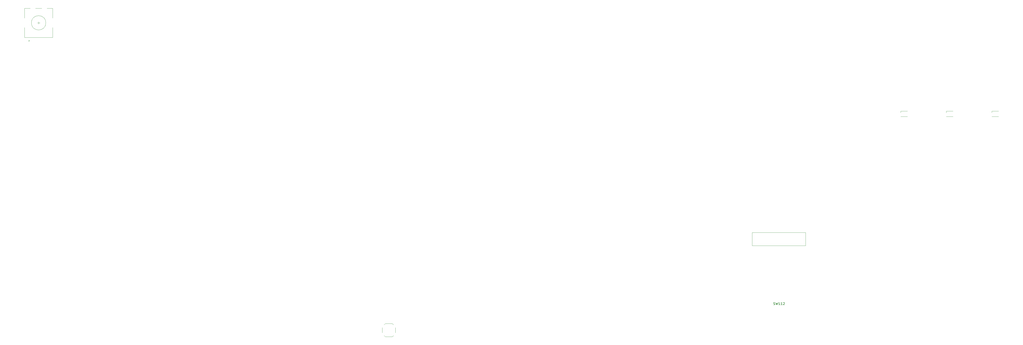
<source format=gbr>
%TF.GenerationSoftware,KiCad,Pcbnew,7.0.3*%
%TF.CreationDate,2023-05-24T16:07:10-04:00*%
%TF.ProjectId,100p-keebored,31303070-2d6b-4656-9562-6f7265642e6b,rev?*%
%TF.SameCoordinates,Original*%
%TF.FileFunction,Legend,Top*%
%TF.FilePolarity,Positive*%
%FSLAX46Y46*%
G04 Gerber Fmt 4.6, Leading zero omitted, Abs format (unit mm)*
G04 Created by KiCad (PCBNEW 7.0.3) date 2023-05-24 16:07:10*
%MOMM*%
%LPD*%
G01*
G04 APERTURE LIST*
%ADD10C,0.150000*%
%ADD11C,0.120000*%
%ADD12C,0.100000*%
G04 APERTURE END LIST*
D10*
%TO.C,*%
%TO.C,SW112*%
X382051450Y-194449472D02*
X382194307Y-194497091D01*
X382194307Y-194497091D02*
X382432402Y-194497091D01*
X382432402Y-194497091D02*
X382527640Y-194449472D01*
X382527640Y-194449472D02*
X382575259Y-194401852D01*
X382575259Y-194401852D02*
X382622878Y-194306614D01*
X382622878Y-194306614D02*
X382622878Y-194211376D01*
X382622878Y-194211376D02*
X382575259Y-194116138D01*
X382575259Y-194116138D02*
X382527640Y-194068519D01*
X382527640Y-194068519D02*
X382432402Y-194020900D01*
X382432402Y-194020900D02*
X382241926Y-193973281D01*
X382241926Y-193973281D02*
X382146688Y-193925662D01*
X382146688Y-193925662D02*
X382099069Y-193878043D01*
X382099069Y-193878043D02*
X382051450Y-193782805D01*
X382051450Y-193782805D02*
X382051450Y-193687567D01*
X382051450Y-193687567D02*
X382099069Y-193592329D01*
X382099069Y-193592329D02*
X382146688Y-193544710D01*
X382146688Y-193544710D02*
X382241926Y-193497091D01*
X382241926Y-193497091D02*
X382480021Y-193497091D01*
X382480021Y-193497091D02*
X382622878Y-193544710D01*
X382956212Y-193497091D02*
X383194307Y-194497091D01*
X383194307Y-194497091D02*
X383384783Y-193782805D01*
X383384783Y-193782805D02*
X383575259Y-194497091D01*
X383575259Y-194497091D02*
X383813355Y-193497091D01*
X384718116Y-194497091D02*
X384146688Y-194497091D01*
X384432402Y-194497091D02*
X384432402Y-193497091D01*
X384432402Y-193497091D02*
X384337164Y-193639948D01*
X384337164Y-193639948D02*
X384241926Y-193735186D01*
X384241926Y-193735186D02*
X384146688Y-193782805D01*
X385670497Y-194497091D02*
X385099069Y-194497091D01*
X385384783Y-194497091D02*
X385384783Y-193497091D01*
X385384783Y-193497091D02*
X385289545Y-193639948D01*
X385289545Y-193639948D02*
X385194307Y-193735186D01*
X385194307Y-193735186D02*
X385099069Y-193782805D01*
X386051450Y-193592329D02*
X386099069Y-193544710D01*
X386099069Y-193544710D02*
X386194307Y-193497091D01*
X386194307Y-193497091D02*
X386432402Y-193497091D01*
X386432402Y-193497091D02*
X386527640Y-193544710D01*
X386527640Y-193544710D02*
X386575259Y-193592329D01*
X386575259Y-193592329D02*
X386622878Y-193687567D01*
X386622878Y-193687567D02*
X386622878Y-193782805D01*
X386622878Y-193782805D02*
X386575259Y-193925662D01*
X386575259Y-193925662D02*
X386003831Y-194497091D01*
X386003831Y-194497091D02*
X386622878Y-194497091D01*
%TO.C,*%
D11*
%TO.C,SW130*%
X70576000Y-84304800D02*
X70576000Y-83704800D01*
X70876000Y-84004800D02*
X70576000Y-84304800D01*
X70576000Y-83704800D02*
X70876000Y-84004800D01*
X68776000Y-82604800D02*
X80576000Y-82604800D01*
X68776000Y-78504800D02*
X68776000Y-82604800D01*
X80576000Y-78504800D02*
X80576000Y-82604800D01*
X74676000Y-77004800D02*
X74676000Y-76004800D01*
X74176000Y-76504800D02*
X75176000Y-76504800D01*
X68776000Y-74504800D02*
X68776000Y-70404800D01*
X68776000Y-70404800D02*
X71176000Y-70404800D01*
X73376000Y-70404800D02*
X75976000Y-70404800D01*
X78176000Y-70404800D02*
X80576000Y-70404800D01*
X80576000Y-70404800D02*
X80576000Y-74504800D01*
X77676000Y-76504800D02*
G75*
G03*
X77676000Y-76504800I-3000000J0D01*
G01*
%TO.C,D131*%
X473305904Y-113454832D02*
X473305904Y-114104832D01*
X473305904Y-113454832D02*
X476145904Y-113454832D01*
X473305904Y-115754832D02*
X476145904Y-115754832D01*
%TO.C,D132*%
X454255920Y-113454832D02*
X454255920Y-114104832D01*
X454255920Y-113454832D02*
X457095920Y-113454832D01*
X454255920Y-115754832D02*
X457095920Y-115754832D01*
%TO.C,D133*%
X435205936Y-113454832D02*
X435205936Y-114104832D01*
X435205936Y-113454832D02*
X438045936Y-113454832D01*
X435205936Y-115754832D02*
X438045936Y-115754832D01*
%TO.C,SW200*%
X218402704Y-206132156D02*
X218402704Y-204052156D01*
X219672704Y-202372156D02*
X219182704Y-202862156D01*
X219672704Y-202372156D02*
X222572704Y-202372156D01*
X219672704Y-207812156D02*
X219182704Y-207322156D01*
X219672704Y-207812156D02*
X222572704Y-207812156D01*
X222572704Y-202372156D02*
X223062704Y-202862156D01*
X222572704Y-207812156D02*
X223062704Y-207322156D01*
X223842704Y-206132156D02*
X223842704Y-204052156D01*
D12*
%TO.C,J4*%
X373062160Y-164223544D02*
X395414160Y-164223544D01*
X395414160Y-164223544D02*
X395414160Y-169760744D01*
X395414160Y-169760744D02*
X373062160Y-169760744D01*
X373062160Y-169760744D02*
X373062160Y-164223544D01*
%TD*%
M02*

</source>
